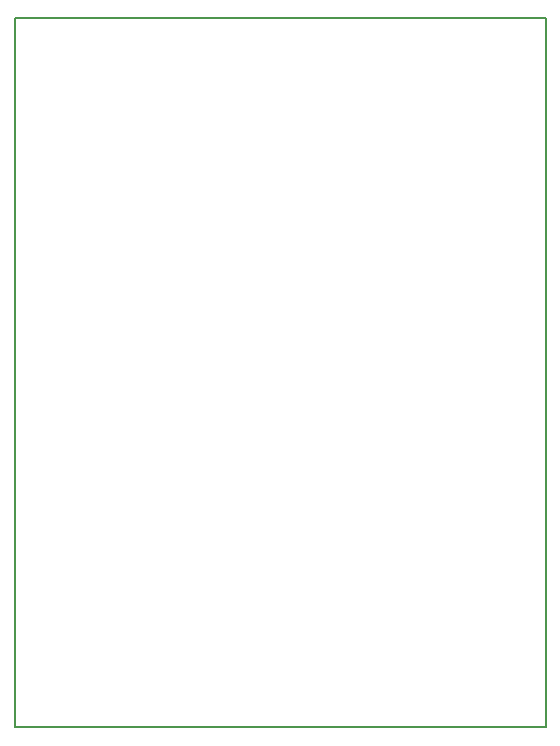
<source format=gko>
G04*
G04 #@! TF.GenerationSoftware,Altium Limited,Altium Designer,18.1.9 (240)*
G04*
G04 Layer_Color=16711935*
%FSLAX44Y44*%
%MOMM*%
G71*
G01*
G75*
%ADD12C,0.2000*%
D12*
X0Y0D02*
Y600000D01*
X450000D01*
X450000Y0D01*
X0D02*
X450000D01*
M02*

</source>
